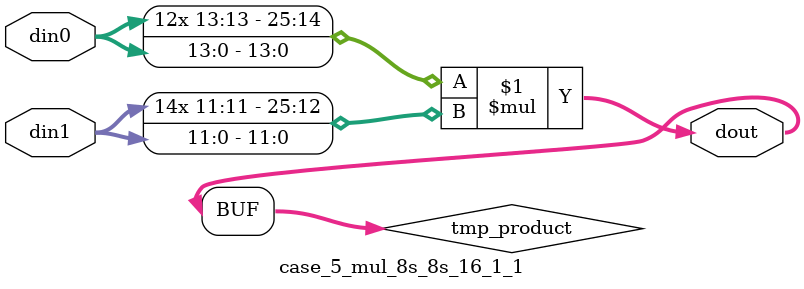
<source format=v>

`timescale 1 ns / 1 ps

 (* use_dsp = "no" *)  module case_5_mul_8s_8s_16_1_1(din0, din1, dout);
parameter ID = 1;
parameter NUM_STAGE = 0;
parameter din0_WIDTH = 14;
parameter din1_WIDTH = 12;
parameter dout_WIDTH = 26;

input [din0_WIDTH - 1 : 0] din0; 
input [din1_WIDTH - 1 : 0] din1; 
output [dout_WIDTH - 1 : 0] dout;

wire signed [dout_WIDTH - 1 : 0] tmp_product;



























assign tmp_product = $signed(din0) * $signed(din1);








assign dout = tmp_product;





















endmodule

</source>
